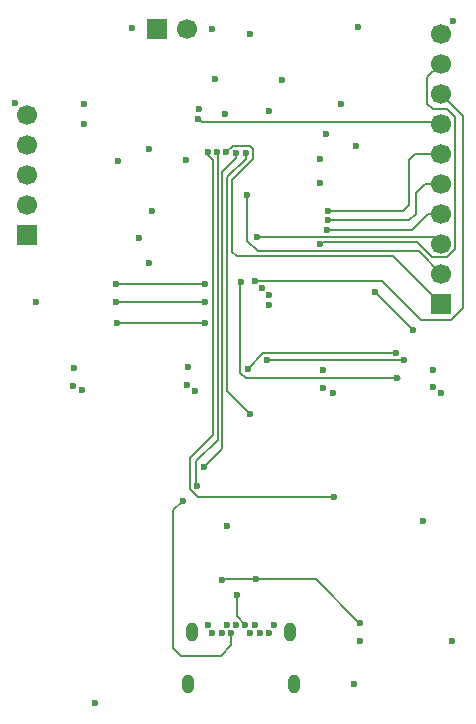
<source format=gbr>
%TF.GenerationSoftware,KiCad,Pcbnew,9.0.4*%
%TF.CreationDate,2025-09-10T15:59:19+03:00*%
%TF.ProjectId,Asius1,41736975-7331-42e6-9b69-6361645f7063,rev?*%
%TF.SameCoordinates,Original*%
%TF.FileFunction,Copper,L4,Bot*%
%TF.FilePolarity,Positive*%
%FSLAX46Y46*%
G04 Gerber Fmt 4.6, Leading zero omitted, Abs format (unit mm)*
G04 Created by KiCad (PCBNEW 9.0.4) date 2025-09-10 15:59:19*
%MOMM*%
%LPD*%
G01*
G04 APERTURE LIST*
%TA.AperFunction,ComponentPad*%
%ADD10O,1.000000X1.600000*%
%TD*%
%TA.AperFunction,ComponentPad*%
%ADD11C,0.600000*%
%TD*%
%TA.AperFunction,ComponentPad*%
%ADD12R,1.700000X1.700000*%
%TD*%
%TA.AperFunction,ComponentPad*%
%ADD13C,1.700000*%
%TD*%
%TA.AperFunction,ViaPad*%
%ADD14C,0.600000*%
%TD*%
%TA.AperFunction,Conductor*%
%ADD15C,0.200000*%
%TD*%
G04 APERTURE END LIST*
D10*
%TO.P,USBC1,0,0*%
%TO.N,GND*%
X82560000Y-127810000D03*
X82920000Y-123400000D03*
X91180000Y-123400000D03*
X91540000Y-127810000D03*
D11*
%TO.P,USBC1,B1,GND*%
X89850000Y-122810000D03*
%TO.P,USBC1,B2,SSTXp2*%
%TO.N,/CAN3_H*%
X89450000Y-123510000D03*
%TO.P,USBC1,B3,SSTXn2*%
%TO.N,/CAN3_L*%
X88650000Y-123510000D03*
%TO.P,USBC1,B4,VBUS*%
%TO.N,+5V*%
X88250000Y-122810000D03*
%TO.P,USBC1,B5,CC2*%
%TO.N,Net-(USBC1-CC2)*%
X87850000Y-123510000D03*
%TO.P,USBC1,B6,DP2*%
%TO.N,/D+*%
X87450000Y-122810000D03*
%TO.P,USBC1,B7,DN2*%
%TO.N,/D-*%
X86650000Y-122810000D03*
%TO.P,USBC1,B8,SUB2*%
%TO.N,/SBU2*%
X86250000Y-123510000D03*
%TO.P,USBC1,B9,VBUS*%
%TO.N,+5V*%
X85850000Y-122810000D03*
%TO.P,USBC1,B10,SSRXn1*%
%TO.N,/CAN4_L*%
X85450000Y-123510000D03*
%TO.P,USBC1,B11,SSRXp1*%
%TO.N,/CAN4_H*%
X84650000Y-123510000D03*
%TO.P,USBC1,B12,GND*%
%TO.N,GND*%
X84250000Y-122810000D03*
%TD*%
D12*
%TO.P,J2,1,Pin_1*%
%TO.N,/PC2*%
X104000000Y-95610000D03*
D13*
%TO.P,J2,2,Pin_2*%
%TO.N,/PC4*%
X104000000Y-93070000D03*
%TO.P,J2,3,Pin_3*%
%TO.N,/PC8*%
X104000000Y-90530000D03*
%TO.P,J2,4,Pin_4*%
%TO.N,/PC10*%
X104000000Y-87990000D03*
%TO.P,J2,5,Pin_5*%
%TO.N,/PC11*%
X104000000Y-85450000D03*
%TO.P,J2,6,Pin_6*%
%TO.N,/PC12*%
X104000000Y-82910000D03*
%TO.P,J2,7,Pin_7*%
%TO.N,/PA1*%
X104000000Y-80370000D03*
%TO.P,J2,8,Pin_8*%
%TO.N,/PA13*%
X104000000Y-77830000D03*
%TO.P,J2,9,Pin_9*%
%TO.N,/PA14*%
X104000000Y-75290000D03*
%TO.P,J2,10,Pin_10*%
%TO.N,GND*%
X104000000Y-72750000D03*
%TD*%
D12*
%TO.P,J1,1,Pin_1*%
%TO.N,/MOSI*%
X68925000Y-89800000D03*
D13*
%TO.P,J1,2,Pin_2*%
%TO.N,/MISO*%
X68925000Y-87260000D03*
%TO.P,J1,3,Pin_3*%
%TO.N,/SCK*%
X68925000Y-84720000D03*
%TO.P,J1,4,Pin_4*%
%TO.N,/NSS*%
X68925000Y-82180000D03*
%TO.P,J1,5,Pin_5*%
%TO.N,GND*%
X68925000Y-79640000D03*
%TD*%
D12*
%TO.P,J3,1,Pin_1*%
%TO.N,GND*%
X80000000Y-72400000D03*
D13*
%TO.P,J3,2,Pin_2*%
%TO.N,+3.3V*%
X82540000Y-72400000D03*
%TD*%
D14*
%TO.N,/D+*%
X86700000Y-120300000D03*
%TO.N,GND*%
X85700000Y-79575000D03*
X89400000Y-95750000D03*
X104000000Y-103225000D03*
X77875000Y-72250000D03*
X85850000Y-114487500D03*
X79550000Y-87750000D03*
X95550000Y-78725000D03*
X96675000Y-127800000D03*
X93737500Y-83375000D03*
X88871366Y-94325000D03*
X84850000Y-76575000D03*
X104950000Y-124200000D03*
X78475000Y-90025000D03*
X103325000Y-101250000D03*
X82550000Y-100975000D03*
X94050000Y-101225000D03*
X90550000Y-76650000D03*
X72900000Y-101050000D03*
X76650000Y-83525000D03*
X83200000Y-102975000D03*
X74725000Y-129450000D03*
X96800000Y-82275000D03*
X73590544Y-102957772D03*
X73800000Y-78675000D03*
X87850000Y-72775000D03*
X82425000Y-83475000D03*
X94825000Y-103225000D03*
X67925000Y-78625000D03*
X105050000Y-71675000D03*
X97125000Y-124200000D03*
X93750000Y-85375000D03*
%TO.N,+3.3V*%
X83475000Y-79149000D03*
X102500000Y-114025000D03*
X79275000Y-92175000D03*
X94225000Y-81225000D03*
X72875000Y-102600000D03*
X89400000Y-79300000D03*
X84575000Y-72400000D03*
X103350000Y-102710008D03*
X82525000Y-102525000D03*
X94050000Y-102750000D03*
X69675000Y-95450000D03*
X79275000Y-82500000D03*
X89475000Y-94850000D03*
X73775000Y-80400000D03*
X97000000Y-72225000D03*
%TO.N,Net-(D1-K)*%
X76500000Y-93925000D03*
X84026000Y-93925000D03*
%TO.N,Net-(D2-K)*%
X76525000Y-95450000D03*
X84026000Y-95450000D03*
%TO.N,Net-(D4-K)*%
X76575000Y-97225000D03*
X84026000Y-97225000D03*
%TO.N,/PC10*%
X94375000Y-89375000D03*
%TO.N,/PA13*%
X88275000Y-93725000D03*
%TO.N,/PC11*%
X94399208Y-88575364D03*
%TO.N,/PC4*%
X87600000Y-86450000D03*
%TO.N,/PC12*%
X94400697Y-87775363D03*
%TO.N,/PA14*%
X93800000Y-90575000D03*
%TO.N,/PA1*%
X83464057Y-79948925D03*
%TO.N,/PC8*%
X88400000Y-89975000D03*
%TO.N,/PC2*%
X85837201Y-82811736D03*
%TO.N,/SBU2*%
X85037793Y-82780890D03*
X82125000Y-112300000D03*
X83325000Y-111050000D03*
%TO.N,/SBU1*%
X87850000Y-104961765D03*
X87475000Y-82850000D03*
%TO.N,/CAN3_R*%
X87075000Y-93800000D03*
X100295000Y-101955000D03*
%TO.N,/CAN1_R*%
X100850000Y-100350000D03*
X89250000Y-100425000D03*
%TO.N,/CAN3_T*%
X101625000Y-97850000D03*
X98400000Y-94625000D03*
%TO.N,/CAN1_E*%
X86636712Y-82839758D03*
X83924000Y-109475000D03*
%TO.N,/CAN1_T*%
X100225000Y-99825000D03*
X87626000Y-101163235D03*
%TO.N,/CAN3_E*%
X94985000Y-111975000D03*
X84238189Y-82806107D03*
%TO.N,+5V*%
X88350000Y-118950000D03*
X85501000Y-119000000D03*
X97125000Y-122625000D03*
%TD*%
D15*
%TO.N,/SBU2*%
X82125000Y-112300000D02*
X82125000Y-112325000D01*
X82125000Y-112325000D02*
X81350000Y-113100000D01*
X86250000Y-124550000D02*
X86250000Y-123510000D01*
X81350000Y-113100000D02*
X81350000Y-124775000D01*
X81350000Y-124775000D02*
X82025000Y-125450000D01*
X82025000Y-125450000D02*
X85350000Y-125450000D01*
X85350000Y-125450000D02*
X86250000Y-124550000D01*
%TO.N,/D+*%
X86700000Y-120300000D02*
X86700000Y-122060000D01*
X86700000Y-122060000D02*
X87450000Y-122810000D01*
%TO.N,Net-(D1-K)*%
X84026000Y-93925000D02*
X76500000Y-93925000D01*
%TO.N,Net-(D2-K)*%
X84026000Y-95450000D02*
X76525000Y-95450000D01*
%TO.N,Net-(D4-K)*%
X84026000Y-97225000D02*
X76575000Y-97225000D01*
%TO.N,/PC10*%
X104000000Y-87990000D02*
X102910000Y-87990000D01*
X101525000Y-89375000D02*
X102910000Y-87990000D01*
X94375000Y-89375000D02*
X101525000Y-89375000D01*
%TO.N,/PA13*%
X104887000Y-97025000D02*
X105899000Y-96013000D01*
X105899000Y-79729000D02*
X104000000Y-77830000D01*
X99038893Y-93714893D02*
X102349000Y-97025000D01*
X99028786Y-93725000D02*
X99038893Y-93714893D01*
X105899000Y-96013000D02*
X105899000Y-79729000D01*
X88275000Y-93725000D02*
X99028786Y-93725000D01*
X102349000Y-97025000D02*
X104887000Y-97025000D01*
%TO.N,/PC11*%
X102625000Y-85450000D02*
X104000000Y-85450000D01*
X94399208Y-88575364D02*
X101299636Y-88575364D01*
X101850000Y-86225000D02*
X102625000Y-85450000D01*
X101850000Y-88025000D02*
X101850000Y-86225000D01*
X101299636Y-88575364D02*
X101850000Y-88025000D01*
%TO.N,/PC4*%
X88475000Y-91175000D02*
X102105000Y-91175000D01*
X87600000Y-86450000D02*
X87600000Y-90300000D01*
X87600000Y-90300000D02*
X88475000Y-91175000D01*
X102105000Y-91175000D02*
X104000000Y-93070000D01*
%TO.N,/PC12*%
X104000000Y-82910000D02*
X101840000Y-82910000D01*
X101325000Y-83425000D02*
X101325000Y-87250000D01*
X94400697Y-87775363D02*
X100799637Y-87775363D01*
X100799637Y-87775363D02*
X101325000Y-87250000D01*
X101840000Y-82910000D02*
X101325000Y-83425000D01*
%TO.N,/PA14*%
X105151000Y-79851000D02*
X104475000Y-79175000D01*
X102849000Y-78724000D02*
X102849000Y-76441000D01*
X104475000Y-79175000D02*
X103300000Y-79175000D01*
X93875000Y-90575000D02*
X94050000Y-90400000D01*
X102849000Y-76441000D02*
X104000000Y-75290000D01*
X94001000Y-90399000D02*
X101974000Y-90399000D01*
X103300000Y-79175000D02*
X102849000Y-78724000D01*
X93800000Y-90575000D02*
X93875000Y-90575000D01*
X104476760Y-91681000D02*
X105151000Y-91006760D01*
X105151000Y-91006760D02*
X105151000Y-79851000D01*
X93800000Y-90575000D02*
X93825000Y-90575000D01*
X103256000Y-91681000D02*
X104476760Y-91681000D01*
X93825000Y-90575000D02*
X94001000Y-90399000D01*
X101974000Y-90399000D02*
X103256000Y-91681000D01*
%TO.N,/PA1*%
X104045000Y-80370000D02*
X104225000Y-80550000D01*
X83464057Y-79948925D02*
X83763132Y-80248000D01*
X83763132Y-80248000D02*
X103878000Y-80248000D01*
X103878000Y-80248000D02*
X104000000Y-80370000D01*
X104000000Y-80370000D02*
X104045000Y-80370000D01*
%TO.N,/PC8*%
X88400000Y-89975000D02*
X103445000Y-89975000D01*
X103445000Y-89975000D02*
X104000000Y-90530000D01*
%TO.N,/PC2*%
X86387769Y-82238758D02*
X87813758Y-82238758D01*
X87813758Y-82238758D02*
X88075000Y-82500000D01*
X85837201Y-82811736D02*
X85716566Y-82691101D01*
X86350000Y-85125000D02*
X86350000Y-91207900D01*
X85837201Y-82789326D02*
X86387769Y-82238758D01*
X86350000Y-91207900D02*
X86717100Y-91575000D01*
X88075000Y-82500000D02*
X88075000Y-83400000D01*
X85837201Y-82811736D02*
X85837201Y-82789326D01*
X99965000Y-91575000D02*
X104000000Y-95610000D01*
X86717100Y-91575000D02*
X99965000Y-91575000D01*
X88075000Y-83400000D02*
X86350000Y-85125000D01*
%TO.N,/SBU2*%
X83300000Y-108950000D02*
X85101000Y-107149000D01*
X85037793Y-82780890D02*
X84922434Y-82780890D01*
X85101000Y-82844097D02*
X85037793Y-82780890D01*
X85101000Y-107149000D02*
X85101000Y-82844097D01*
X83325000Y-111050000D02*
X83300000Y-111025000D01*
X84922434Y-82780890D02*
X84874265Y-82829059D01*
X83300000Y-111025000D02*
X83300000Y-108950000D01*
%TO.N,/SBU1*%
X85903000Y-103003000D02*
X87861765Y-104961765D01*
X87475000Y-82850000D02*
X87475000Y-83350000D01*
X87475000Y-83350000D02*
X85903000Y-84922000D01*
X87861765Y-104961765D02*
X87850000Y-104961765D01*
X85903000Y-84922000D02*
X85903000Y-103003000D01*
%TO.N,/CAN3_R*%
X87530000Y-101955000D02*
X87026000Y-101451000D01*
X87026000Y-101451000D02*
X87026000Y-93701000D01*
X100555000Y-101955000D02*
X87530000Y-101955000D01*
%TO.N,/CAN1_R*%
X90899000Y-100426000D02*
X100774000Y-100426000D01*
X90898000Y-100425000D02*
X90899000Y-100426000D01*
X89250000Y-100425000D02*
X90898000Y-100425000D01*
%TO.N,/CAN3_T*%
X101625000Y-97850000D02*
X98400000Y-94625000D01*
%TO.N,/CAN1_E*%
X85339743Y-108010257D02*
X83924000Y-109426000D01*
X85341743Y-108010257D02*
X85339743Y-108010257D01*
X86636712Y-83313288D02*
X85502000Y-84448000D01*
X83924000Y-109426000D02*
X83924000Y-109475000D01*
X85502000Y-84448000D02*
X85502000Y-107850000D01*
X85502000Y-107850000D02*
X85341743Y-108010257D01*
X86636712Y-82839758D02*
X86636712Y-83313288D01*
%TO.N,/CAN1_T*%
X87626000Y-101163235D02*
X87626000Y-101149000D01*
X100225000Y-99825000D02*
X100300000Y-99900000D01*
X88950000Y-99825000D02*
X100225000Y-99825000D01*
X87626000Y-101149000D02*
X88950000Y-99825000D01*
%TO.N,/CAN3_E*%
X82725000Y-108725000D02*
X82725000Y-110800057D01*
X84238189Y-82806107D02*
X84238189Y-83013189D01*
X82725000Y-110800057D02*
X82724000Y-110801057D01*
X83400057Y-111975000D02*
X94985000Y-111975000D01*
X84700000Y-106750000D02*
X82725000Y-108725000D01*
X84238189Y-83013189D02*
X84700000Y-83475000D01*
X84238189Y-82806107D02*
X84080943Y-82806107D01*
X82724000Y-110801057D02*
X82724000Y-111298943D01*
X84700000Y-83475000D02*
X84700000Y-106750000D01*
X82724000Y-111298943D02*
X83400057Y-111975000D01*
%TO.N,+5V*%
X88350000Y-118950000D02*
X93425000Y-118950000D01*
X97100000Y-122625000D02*
X97125000Y-122625000D01*
X88350000Y-118950000D02*
X85551000Y-118950000D01*
X93425000Y-118950000D02*
X97100000Y-122625000D01*
X85551000Y-118950000D02*
X85501000Y-119000000D01*
%TD*%
M02*

</source>
